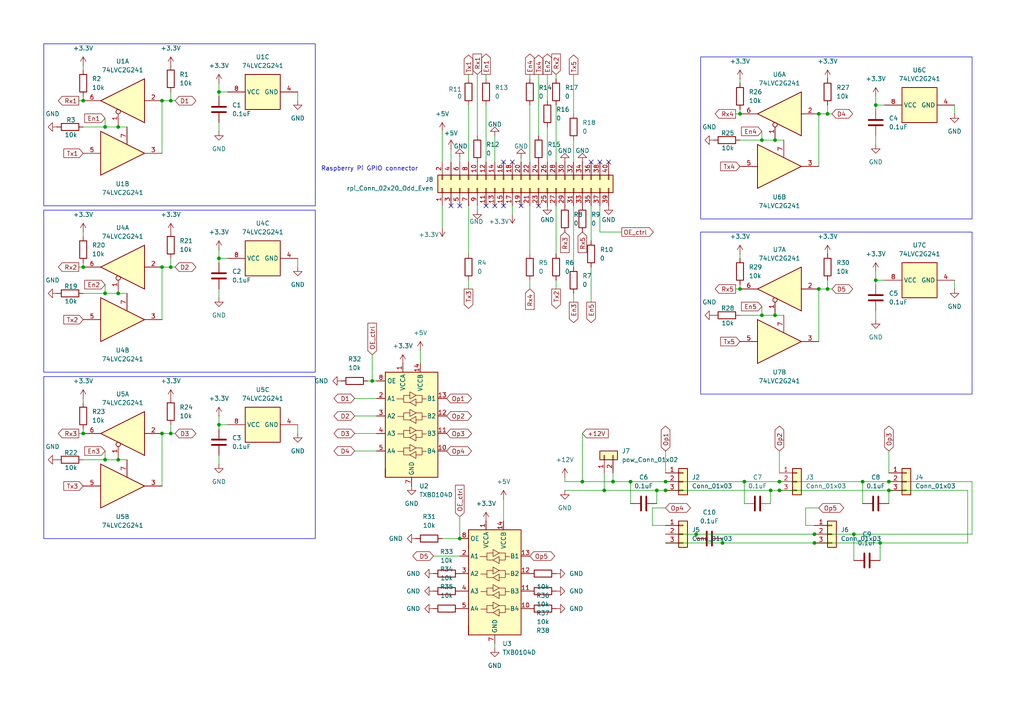
<source format=kicad_sch>
(kicad_sch (version 20231120) (generator "eeschema") (generator_version "8.0")
  (paper "A4")
  (junction (at 30.48 36.83))
  (junction (at 168.91 139.7))
  (junction (at 49.53 29.21))
  (junction (at 223.52 142.24))
  (junction (at 182.88 139.7))
  (junction (at 46.99 77.47))
  (junction (at 30.48 133.35))
  (junction (at 250.19 139.7))
  (junction (at 240.03 33.02))
  (junction (at 175.26 142.24))
  (junction (at 201.93 154.94))
  (junction (at 254 81.28))
  (junction (at 236.22 154.94))
  (junction (at 24.13 125.73))
  (junction (at 24.13 77.47))
  (junction (at 257.81 139.7))
  (junction (at 49.53 77.47))
  (junction (at 63.5 123.19))
  (junction (at 226.06 139.7))
  (junction (at 240.03 83.82))
  (junction (at 224.79 40.64))
  (junction (at 24.13 29.21))
  (junction (at 237.49 33.02))
  (junction (at 190.5 142.24))
  (junction (at 226.06 142.24))
  (junction (at 46.99 125.73))
  (junction (at 255.27 157.48))
  (junction (at 133.35 156.21))
  (junction (at 34.29 133.35))
  (junction (at 236.22 157.48))
  (junction (at 193.04 139.7))
  (junction (at 46.99 29.21))
  (junction (at 49.53 125.73))
  (junction (at 257.81 142.24))
  (junction (at 254 30.48))
  (junction (at 34.29 85.09))
  (junction (at 247.65 154.94))
  (junction (at 177.8 139.7))
  (junction (at 107.95 110.49))
  (junction (at 63.5 74.93))
  (junction (at 215.9 139.7))
  (junction (at 34.29 36.83))
  (junction (at 214.63 83.82))
  (junction (at 63.5 26.67))
  (junction (at 237.49 83.82))
  (junction (at 193.04 142.24))
  (junction (at 224.79 91.44))
  (junction (at 30.48 85.09))
  (junction (at 209.55 157.48))
  (junction (at 214.63 33.02))
  (junction (at 220.98 40.64))
  (junction (at 220.98 91.44))
  (no_connect (at 133.35 59.69))
  (no_connect (at 143.51 59.69))
  (no_connect (at 146.05 46.99))
  (no_connect (at 171.45 46.99))
  (no_connect (at 146.05 59.69))
  (no_connect (at 156.21 59.69))
  (no_connect (at 173.99 46.99))
  (no_connect (at 130.81 59.69))
  (no_connect (at 148.59 46.99))
  (no_connect (at 140.97 59.69))
  (no_connect (at 151.13 59.69))
  (no_connect (at 176.53 46.99))
  (wire (pts (xy 237.49 33.02) (xy 237.49 48.26)))
  (wire (pts (xy 213.36 33.02) (xy 214.63 33.02)))
  (wire (pts (xy 107.95 110.49) (xy 109.22 110.49)))
  (wire (pts (xy 240.03 83.82) (xy 241.3 83.82)))
  (wire (pts (xy 213.36 83.82) (xy 214.63 83.82)))
  (wire (pts (xy 30.48 34.29) (xy 30.48 36.83)))
  (wire (pts (xy 255.27 162.56) (xy 255.27 157.48)))
  (wire (pts (xy 254 78.74) (xy 254 81.28)))
  (wire (pts (xy 148.59 59.69) (xy 148.59 62.23)))
  (wire (pts (xy 247.65 154.94) (xy 247.65 162.56)))
  (wire (pts (xy 226.06 130.81) (xy 226.06 137.16)))
  (wire (pts (xy 34.29 133.35) (xy 30.48 133.35)))
  (wire (pts (xy 102.87 130.81) (xy 109.22 130.81)))
  (wire (pts (xy 240.03 33.02) (xy 241.3 33.02)))
  (wire (pts (xy 135.89 30.48) (xy 135.89 46.99)))
  (wire (pts (xy 233.68 147.32) (xy 233.68 152.4)))
  (wire (pts (xy 220.98 91.44) (xy 214.63 91.44)))
  (wire (pts (xy 227.33 40.64) (xy 224.79 40.64)))
  (wire (pts (xy 193.04 157.48) (xy 209.55 157.48)))
  (wire (pts (xy 46.99 125.73) (xy 49.53 125.73)))
  (wire (pts (xy 102.87 125.73) (xy 109.22 125.73)))
  (wire (pts (xy 24.13 27.94) (xy 24.13 29.21)))
  (wire (pts (xy 189.23 152.4) (xy 193.04 152.4)))
  (wire (pts (xy 226.06 139.7) (xy 250.19 139.7)))
  (wire (pts (xy 46.99 77.47) (xy 46.99 92.71)))
  (wire (pts (xy 189.23 147.32) (xy 189.23 152.4)))
  (wire (pts (xy 49.53 26.67) (xy 49.53 29.21)))
  (wire (pts (xy 63.5 74.93) (xy 63.5 76.2)))
  (wire (pts (xy 214.63 22.86) (xy 214.63 24.13)))
  (wire (pts (xy 46.99 29.21) (xy 46.99 44.45)))
  (wire (pts (xy 22.86 125.73) (xy 24.13 125.73)))
  (wire (pts (xy 220.98 88.9) (xy 220.98 91.44)))
  (wire (pts (xy 161.29 81.28) (xy 161.29 83.82)))
  (wire (pts (xy 236.22 154.94) (xy 247.65 154.94)))
  (wire (pts (xy 215.9 139.7) (xy 226.06 139.7)))
  (wire (pts (xy 63.5 24.13) (xy 63.5 26.67)))
  (wire (pts (xy 223.52 142.24) (xy 226.06 142.24)))
  (wire (pts (xy 161.29 30.48) (xy 161.29 46.99)))
  (wire (pts (xy 46.99 77.47) (xy 49.53 77.47)))
  (wire (pts (xy 163.83 139.7) (xy 168.91 139.7)))
  (wire (pts (xy 254 30.48) (xy 254 31.75)))
  (wire (pts (xy 30.48 130.81) (xy 30.48 133.35)))
  (wire (pts (xy 63.5 120.65) (xy 63.5 123.19)))
  (wire (pts (xy 224.79 91.44) (xy 220.98 91.44)))
  (wire (pts (xy 153.67 30.48) (xy 153.67 46.99)))
  (wire (pts (xy 255.27 157.48) (xy 236.22 157.48)))
  (wire (pts (xy 214.63 31.75) (xy 214.63 33.02)))
  (wire (pts (xy 240.03 30.48) (xy 240.03 33.02)))
  (wire (pts (xy 63.5 26.67) (xy 63.5 27.94)))
  (wire (pts (xy 49.53 125.73) (xy 50.8 125.73)))
  (wire (pts (xy 30.48 82.55) (xy 30.48 85.09)))
  (wire (pts (xy 193.04 154.94) (xy 201.93 154.94)))
  (wire (pts (xy 201.93 154.94) (xy 236.22 154.94)))
  (wire (pts (xy 226.06 142.24) (xy 257.81 142.24)))
  (wire (pts (xy 166.37 85.09) (xy 166.37 87.63)))
  (wire (pts (xy 193.04 130.81) (xy 193.04 137.16)))
  (wire (pts (xy 254 41.91) (xy 254 39.37)))
  (wire (pts (xy 34.29 36.83) (xy 30.48 36.83)))
  (wire (pts (xy 175.26 137.16) (xy 175.26 142.24)))
  (wire (pts (xy 30.48 133.35) (xy 24.13 133.35)))
  (wire (pts (xy 107.95 102.87) (xy 107.95 110.49)))
  (wire (pts (xy 34.29 85.09) (xy 30.48 85.09)))
  (wire (pts (xy 24.13 115.57) (xy 24.13 116.84)))
  (wire (pts (xy 133.35 149.86) (xy 133.35 156.21)))
  (wire (pts (xy 168.91 139.7) (xy 177.8 139.7)))
  (wire (pts (xy 86.36 125.73) (xy 86.36 123.19)))
  (wire (pts (xy 175.26 142.24) (xy 190.5 142.24)))
  (wire (pts (xy 30.48 36.83) (xy 24.13 36.83)))
  (wire (pts (xy 86.36 77.47) (xy 86.36 74.93)))
  (wire (pts (xy 193.04 142.24) (xy 223.52 142.24)))
  (wire (pts (xy 63.5 123.19) (xy 63.5 124.46)))
  (wire (pts (xy 63.5 26.67) (xy 66.04 26.67)))
  (wire (pts (xy 156.21 21.59) (xy 156.21 39.37)))
  (wire (pts (xy 168.91 125.73) (xy 168.91 139.7)))
  (wire (pts (xy 24.13 124.46) (xy 24.13 125.73)))
  (wire (pts (xy 46.99 125.73) (xy 46.99 140.97)))
  (wire (pts (xy 193.04 139.7) (xy 215.9 139.7)))
  (wire (pts (xy 254 30.48) (xy 256.54 30.48)))
  (wire (pts (xy 190.5 142.24) (xy 193.04 142.24)))
  (wire (pts (xy 153.67 81.28) (xy 153.67 83.82)))
  (wire (pts (xy 255.27 157.48) (xy 280.67 157.48)))
  (wire (pts (xy 49.53 74.93) (xy 49.53 77.47)))
  (wire (pts (xy 125.73 161.29) (xy 133.35 161.29)))
  (wire (pts (xy 102.87 115.57) (xy 109.22 115.57)))
  (wire (pts (xy 166.37 40.64) (xy 166.37 46.99)))
  (wire (pts (xy 257.81 139.7) (xy 281.94 139.7)))
  (wire (pts (xy 22.86 29.21) (xy 24.13 29.21)))
  (wire (pts (xy 138.43 60.96) (xy 138.43 59.69)))
  (wire (pts (xy 49.53 123.19) (xy 49.53 125.73)))
  (wire (pts (xy 224.79 40.64) (xy 220.98 40.64)))
  (wire (pts (xy 201.93 154.94) (xy 201.93 156.21)))
  (wire (pts (xy 193.04 147.32) (xy 189.23 147.32)))
  (wire (pts (xy 135.89 81.28) (xy 135.89 83.82)))
  (wire (pts (xy 63.5 86.36) (xy 63.5 83.82)))
  (wire (pts (xy 220.98 40.64) (xy 214.63 40.64)))
  (wire (pts (xy 135.89 21.59) (xy 135.89 22.86)))
  (wire (pts (xy 254 92.71) (xy 254 90.17)))
  (wire (pts (xy 133.35 45.72) (xy 133.35 46.99)))
  (wire (pts (xy 102.87 120.65) (xy 109.22 120.65)))
  (wire (pts (xy 193.04 139.7) (xy 182.88 139.7)))
  (wire (pts (xy 158.75 21.59) (xy 158.75 29.21)))
  (wire (pts (xy 151.13 45.72) (xy 151.13 46.99)))
  (wire (pts (xy 130.81 43.18) (xy 130.81 46.99)))
  (wire (pts (xy 220.98 38.1) (xy 220.98 40.64)))
  (wire (pts (xy 161.29 59.69) (xy 161.29 73.66)))
  (wire (pts (xy 247.65 154.94) (xy 281.94 154.94)))
  (wire (pts (xy 49.53 77.47) (xy 50.8 77.47)))
  (wire (pts (xy 254 81.28) (xy 254 82.55)))
  (wire (pts (xy 237.49 33.02) (xy 240.03 33.02)))
  (wire (pts (xy 190.5 146.05) (xy 190.5 142.24)))
  (wire (pts (xy 171.45 59.69) (xy 171.45 69.85)))
  (wire (pts (xy 161.29 22.86) (xy 161.29 21.59)))
  (wire (pts (xy 163.83 138.43) (xy 163.83 139.7)))
  (wire (pts (xy 223.52 146.05) (xy 223.52 142.24)))
  (wire (pts (xy 24.13 67.31) (xy 24.13 68.58)))
  (wire (pts (xy 276.86 33.02) (xy 276.86 30.48)))
  (wire (pts (xy 214.63 82.55) (xy 214.63 83.82)))
  (wire (pts (xy 254 81.28) (xy 256.54 81.28)))
  (wire (pts (xy 240.03 81.28) (xy 240.03 83.82)))
  (wire (pts (xy 209.55 156.21) (xy 209.55 157.48)))
  (wire (pts (xy 140.97 21.59) (xy 140.97 22.86)))
  (wire (pts (xy 143.51 187.96) (xy 143.51 186.69)))
  (wire (pts (xy 173.99 67.31) (xy 173.99 59.69)))
  (wire (pts (xy 209.55 157.48) (xy 236.22 157.48)))
  (wire (pts (xy 135.89 59.69) (xy 135.89 73.66)))
  (wire (pts (xy 106.68 110.49) (xy 107.95 110.49)))
  (wire (pts (xy 254 27.94) (xy 254 30.48)))
  (wire (pts (xy 63.5 38.1) (xy 63.5 35.56)))
  (wire (pts (xy 171.45 77.47) (xy 171.45 87.63)))
  (wire (pts (xy 138.43 21.59) (xy 138.43 39.37)))
  (wire (pts (xy 250.19 139.7) (xy 257.81 139.7)))
  (wire (pts (xy 153.67 21.59) (xy 153.67 22.86)))
  (wire (pts (xy 166.37 59.69) (xy 166.37 77.47)))
  (wire (pts (xy 128.27 66.04) (xy 128.27 59.69)))
  (wire (pts (xy 227.33 91.44) (xy 224.79 91.44)))
  (wire (pts (xy 257.81 142.24) (xy 280.67 142.24)))
  (wire (pts (xy 214.63 73.66) (xy 214.63 74.93)))
  (wire (pts (xy 63.5 134.62) (xy 63.5 132.08)))
  (wire (pts (xy 177.8 139.7) (xy 182.88 139.7)))
  (wire (pts (xy 153.67 59.69) (xy 153.67 73.66)))
  (wire (pts (xy 281.94 154.94) (xy 281.94 139.7)))
  (wire (pts (xy 158.75 36.83) (xy 158.75 46.99)))
  (wire (pts (xy 237.49 83.82) (xy 240.03 83.82)))
  (wire (pts (xy 128.27 38.1) (xy 128.27 46.99)))
  (wire (pts (xy 177.8 137.16) (xy 177.8 139.7)))
  (wire (pts (xy 121.92 101.6) (xy 121.92 105.41)))
  (wire (pts (xy 143.51 39.37) (xy 143.51 46.99)))
  (wire (pts (xy 36.83 36.83) (xy 34.29 36.83)))
  (wire (pts (xy 237.49 147.32) (xy 233.68 147.32)))
  (wire (pts (xy 215.9 139.7) (xy 215.9 146.05)))
  (wire (pts (xy 128.27 156.21) (xy 133.35 156.21)))
  (wire (pts (xy 24.13 19.05) (xy 24.13 20.32)))
  (wire (pts (xy 233.68 152.4) (xy 236.22 152.4)))
  (wire (pts (xy 63.5 74.93) (xy 66.04 74.93)))
  (wire (pts (xy 36.83 133.35) (xy 34.29 133.35)))
  (wire (pts (xy 257.81 130.81) (xy 257.81 137.16)))
  (wire (pts (xy 24.13 76.2) (xy 24.13 77.47)))
  (wire (pts (xy 86.36 29.21) (xy 86.36 26.67)))
  (wire (pts (xy 140.97 30.48) (xy 140.97 46.99)))
  (wire (pts (xy 49.53 29.21) (xy 50.8 29.21)))
  (wire (pts (xy 46.99 29.21) (xy 49.53 29.21)))
  (wire (pts (xy 163.83 142.24) (xy 175.26 142.24)))
  (wire (pts (xy 36.83 85.09) (xy 34.29 85.09)))
  (wire (pts (xy 63.5 72.39) (xy 63.5 74.93)))
  (wire (pts (xy 166.37 21.59) (xy 166.37 33.02)))
  (wire (pts (xy 280.67 157.48) (xy 280.67 142.24)))
  (wire (pts (xy 276.86 83.82) (xy 276.86 81.28)))
  (wire (pts (xy 257.81 146.05) (xy 257.81 142.24)))
  (wire (pts (xy 63.5 123.19) (xy 66.04 123.19)))
  (wire (pts (xy 250.19 139.7) (xy 250.19 146.05)))
  (wire (pts (xy 146.05 144.78) (xy 146.05 151.13)))
  (wire (pts (xy 30.48 85.09) (xy 24.13 85.09)))
  (wire (pts (xy 22.86 77.47) (xy 24.13 77.47)))
  (wire (pts (xy 237.49 83.82) (xy 237.49 99.06)))
  (wire (pts (xy 180.34 67.31) (xy 173.99 67.31)))
  (wire (pts (xy 182.88 139.7) (xy 182.88 146.05)))
  (rectangle (start 203.2 16.51) (end 281.94 63.5))
  (rectangle (start 12.7 109.22) (end 91.44 156.21))
  (rectangle (start 12.7 60.96) (end 91.44 107.95))
  (rectangle (start 203.2 67.31) (end 281.94 114.3))
  (rectangle (start 12.7 12.7) (end 91.44 59.69))
  (text "Raspberry Pi GPIO connector" (at 107.188 49.022 0) (effects (font (size 1.27 1.27))))
  (global_label "D3" (shape bidirectional) (at 102.87 125.73 180) (property "Intersheetrefs" "${INTERSHEET_REFS}" (effects (hide yes))))
  (global_label "D1" (shape bidirectional) (at 50.8 29.21 0) (property "Intersheetrefs" "${INTERSHEET_REFS}" (effects (hide yes))))
  (global_label "Rx1" (shape input) (at 138.43 21.59 90) (property "Intersheetrefs" "${INTERSHEET_REFS}" (effects (hide yes))))
  (global_label "Tx5" (shape input) (at 214.63 99.06 180) (property "Intersheetrefs" "${INTERSHEET_REFS}" (effects (hide yes))))
  (global_label "Rx4" (shape input) (at 153.67 83.82 270) (property "Intersheetrefs" "${INTERSHEET_REFS}" (effects (hide yes))))
  (global_label "Rx5" (shape input) (at 168.91 67.31 270) (property "Intersheetrefs" "${INTERSHEET_REFS}" (effects (hide yes))))
  (global_label "Op1" (shape bidirectional) (at 129.54 115.57 0) (property "Intersheetrefs" "${INTERSHEET_REFS}" (effects (hide yes))))
  (global_label "D3" (shape bidirectional) (at 50.8 125.73 0) (property "Intersheetrefs" "${INTERSHEET_REFS}" (effects (hide yes))))
  (global_label "Op2" (shape bidirectional) (at 129.54 120.65 0) (property "Intersheetrefs" "${INTERSHEET_REFS}" (effects (hide yes))))
  (global_label "+12V" (shape input) (at 168.91 125.73 0) (property "Intersheetrefs" "${INTERSHEET_REFS}" (effects (hide yes))))
  (global_label "Op5" (shape bidirectional) (at 237.49 147.32 0) (property "Intersheetrefs" "${INTERSHEET_REFS}" (effects (hide yes))))
  (global_label "Tx5" (shape output) (at 166.37 21.59 90) (property "Intersheetrefs" "${INTERSHEET_REFS}" (effects (hide yes))))
  (global_label "Tx3" (shape input) (at 24.13 140.97 180) (property "Intersheetrefs" "${INTERSHEET_REFS}" (effects (hide yes))))
  (global_label "En3" (shape output) (at 166.37 87.63 270) (property "Intersheetrefs" "${INTERSHEET_REFS}" (effects (hide yes))))
  (global_label "OE_ctrl" (shape input) (at 133.35 149.86 90) (property "Intersheetrefs" "${INTERSHEET_REFS}" (effects (hide yes))))
  (global_label "Tx2" (shape input) (at 24.13 92.71 180) (property "Intersheetrefs" "${INTERSHEET_REFS}" (effects (hide yes))))
  (global_label "Op2" (shape bidirectional) (at 226.06 130.81 90) (property "Intersheetrefs" "${INTERSHEET_REFS}" (effects (hide yes))))
  (global_label "En1" (shape input) (at 30.48 34.29 180) (property "Intersheetrefs" "${INTERSHEET_REFS}" (effects (hide yes))))
  (global_label "Rx3" (shape output) (at 22.86 125.73 180) (property "Intersheetrefs" "${INTERSHEET_REFS}" (effects (hide yes))))
  (global_label "Rx2" (shape output) (at 22.86 77.47 180) (property "Intersheetrefs" "${INTERSHEET_REFS}" (effects (hide yes))))
  (global_label "Rx2" (shape input) (at 161.29 21.59 90) (property "Intersheetrefs" "${INTERSHEET_REFS}" (effects (hide yes))))
  (global_label "OE_ctrl" (shape input) (at 107.95 102.87 90) (property "Intersheetrefs" "${INTERSHEET_REFS}" (effects (hide yes))))
  (global_label "Tx1" (shape output) (at 135.89 21.59 90) (property "Intersheetrefs" "${INTERSHEET_REFS}" (effects (hide yes))))
  (global_label "Tx2" (shape output) (at 161.29 83.82 270) (property "Intersheetrefs" "${INTERSHEET_REFS}" (effects (hide yes))))
  (global_label "En1" (shape output) (at 140.97 21.59 90) (property "Intersheetrefs" "${INTERSHEET_REFS}" (effects (hide yes))))
  (global_label "Op1" (shape bidirectional) (at 193.04 130.81 90) (property "Intersheetrefs" "${INTERSHEET_REFS}" (effects (hide yes))))
  (global_label "En5" (shape input) (at 220.98 88.9 180) (property "Intersheetrefs" "${INTERSHEET_REFS}" (effects (hide yes))))
  (global_label "En5" (shape output) (at 171.45 87.63 270) (property "Intersheetrefs" "${INTERSHEET_REFS}" (effects (hide yes))))
  (global_label "OE_ctrl" (shape output) (at 180.34 67.31 0) (property "Intersheetrefs" "${INTERSHEET_REFS}" (effects (hide yes))))
  (global_label "Tx1" (shape input) (at 24.13 44.45 180) (property "Intersheetrefs" "${INTERSHEET_REFS}" (effects (hide yes))))
  (global_label "En4" (shape output) (at 153.67 21.59 90) (property "Intersheetrefs" "${INTERSHEET_REFS}" (effects (hide yes))))
  (global_label "Op3" (shape bidirectional) (at 257.81 130.81 90) (property "Intersheetrefs" "${INTERSHEET_REFS}" (effects (hide yes))))
  (global_label "D4" (shape bidirectional) (at 102.87 130.81 180) (property "Intersheetrefs" "${INTERSHEET_REFS}" (effects (hide yes))))
  (global_label "Op3" (shape bidirectional) (at 129.54 125.73 0) (property "Intersheetrefs" "${INTERSHEET_REFS}" (effects (hide yes))))
  (global_label "Op5" (shape bidirectional) (at 153.67 161.29 0) (property "Intersheetrefs" "${INTERSHEET_REFS}" (effects (hide yes))))
  (global_label "En4" (shape input) (at 220.98 38.1 180) (property "Intersheetrefs" "${INTERSHEET_REFS}" (effects (hide yes))))
  (global_label "En3" (shape input) (at 30.48 130.81 180) (property "Intersheetrefs" "${INTERSHEET_REFS}" (effects (hide yes))))
  (global_label "D2" (shape bidirectional) (at 50.8 77.47 0) (property "Intersheetrefs" "${INTERSHEET_REFS}" (effects (hide yes))))
  (global_label "En2" (shape input) (at 30.48 82.55 180) (property "Intersheetrefs" "${INTERSHEET_REFS}" (effects (hide yes))))
  (global_label "En2" (shape output) (at 158.75 21.59 90) (property "Intersheetrefs" "${INTERSHEET_REFS}" (effects (hide yes))))
  (global_label "Tx4" (shape output) (at 156.21 21.59 90) (property "Intersheetrefs" "${INTERSHEET_REFS}" (effects (hide yes))))
  (global_label "Tx4" (shape input) (at 214.63 48.26 180) (property "Intersheetrefs" "${INTERSHEET_REFS}" (effects (hide yes))))
  (global_label "Op4" (shape bidirectional) (at 129.54 130.81 0) (property "Intersheetrefs" "${INTERSHEET_REFS}" (effects (hide yes))))
  (global_label "Rx3" (shape input) (at 163.83 67.31 270) (property "Intersheetrefs" "${INTERSHEET_REFS}" (effects (hide yes))))
  (global_label "D4" (shape bidirectional) (at 241.3 33.02 0) (property "Intersheetrefs" "${INTERSHEET_REFS}" (effects (hide yes))))
  (global_label "D5" (shape bidirectional) (at 125.73 161.29 180) (property "Intersheetrefs" "${INTERSHEET_REFS}" (effects (hide yes))))
  (global_label "Tx3" (shape output) (at 135.89 83.82 270) (property "Intersheetrefs" "${INTERSHEET_REFS}" (effects (hide yes))))
  (global_label "D1" (shape bidirectional) (at 102.87 115.57 180) (property "Intersheetrefs" "${INTERSHEET_REFS}" (effects (hide yes))))
  (global_label "Rx4" (shape output) (at 213.36 33.02 180) (property "Intersheetrefs" "${INTERSHEET_REFS}" (effects (hide yes))))
  (global_label "D2" (shape bidirectional) (at 102.87 120.65 180) (property "Intersheetrefs" "${INTERSHEET_REFS}" (effects (hide yes))))
  (global_label "Rx1" (shape output) (at 22.86 29.21 180) (property "Intersheetrefs" "${INTERSHEET_REFS}" (effects (hide yes))))
  (global_label "D5" (shape bidirectional) (at 241.3 83.82 0) (property "Intersheetrefs" "${INTERSHEET_REFS}" (effects (hide yes))))
  (global_label "Op4" (shape bidirectional) (at 193.04 147.32 0) (property "Intersheetrefs" "${INTERSHEET_REFS}" (effects (hide yes))))
  (global_label "Rx5" (shape output) (at 213.36 83.82 180) (property "Intersheetrefs" "${INTERSHEET_REFS}" (effects (hide yes))))
  (symbol (lib_id "power:+3.3V") (at 63.5 72.39 0) (unit 1)
    (property "Reference" "#PWR023" (effects (hide yes)))
    (property "Value" "+3.3V" (at 63.5 67.31 0))
    (property "Description" "Power symbol creates a global label with name \"+3.3V\"" (effects (hide yes)))
  )
  (symbol (lib_id "Device:R") (at 161.29 26.67 0) (unit 1)
    (property "Reference" "R17" (at 163.83 25.3999 0) (effects (justify left)))
    (property "Value" "0" (at 163.83 27.9399 0) (effects (justify left)))
    (property "Footprint" "Resistor_SMD:R_1206_3216Metric_Pad1.30x1.75mm_HandSolder" (effects (hide yes)))
    (property "Description" "Resistor" (effects (hide yes)))
  )
  (symbol (lib_id "Device:R") (at 157.48 166.37 270) (unit 1)
    (property "Reference" "R36" (at 157.48 172.72 90))
    (property "Value" "10k" (at 157.48 170.18 90))
    (property "Footprint" "Resistor_SMD:R_1206_3216Metric_Pad1.30x1.75mm_HandSolder" (effects (hide yes)))
    (property "Description" "Resistor" (effects (hide yes)))
  )
  (symbol (lib_id "74xGxx:74LVC2G241") (at 266.7 81.28 90) (unit 3)
    (property "Reference" "U7" (at 266.7 71.12 90))
    (property "Value" "74LVC2G241" (at 266.7 73.66 90))
    (property "Footprint" "Package_SO:SSOP-8_2.95x2.8mm_P0.65mm" (effects (hide yes)))
    (property "Datasheet" "http://www.ti.com/lit/sg/scyt129e/scyt129e.pdf" (effects (hide yes)))
    (property "Description" "Dual Buffer Tri-State, Low-Voltage CMOS" (effects (hide yes)))
  )
  (symbol (lib_id "power:+3.3V") (at 63.5 24.13 0) (unit 1)
    (property "Reference" "#PWR05" (effects (hide yes)))
    (property "Value" "+3.3V" (at 63.5 19.05 0))
    (property "Description" "Power symbol creates a global label with name \"+3.3V\"" (effects (hide yes)))
  )
  (symbol (lib_id "Connector_Generic:Conn_01x03") (at 198.12 139.7 0) (unit 1)
    (property "Reference" "J2" (at 200.66 138.4299 0) (effects (justify left)))
    (property "Value" "Conn_01x03" (at 200.66 140.9699 0) (effects (justify left)))
    (property "Footprint" "Connector_PinHeader_2.54mm:PinHeader_1x03_P2.54mm_Vertical" (effects (hide yes)))
    (property "Description" "Generic connector, single row, 01x03, script generated (kicad-library-utils/schlib/autogen/connector/)" (effects (hide yes)))
  )
  (symbol (lib_id "Device:R") (at 168.91 63.5 0) (unit 1)
    (property "Reference" "R9" (at 171.45 62.2299 0) (effects (justify left)))
    (property "Value" "0" (at 171.45 64.7699 0) (effects (justify left)))
    (property "Footprint" "Resistor_SMD:R_1206_3216Metric_Pad1.30x1.75mm_HandSolder" (effects (hide yes)))
    (property "Description" "Resistor" (effects (hide yes)))
  )
  (symbol (lib_id "Device:R") (at 214.63 27.94 0) (unit 1)
    (property "Reference" "R26" (at 217.17 26.6699 0) (effects (justify left)))
    (property "Value" "10k" (at 217.17 29.2099 0) (effects (justify left)))
    (property "Footprint" "Resistor_SMD:R_1206_3216Metric_Pad1.30x1.75mm_HandSolder" (effects (hide yes)))
    (property "Description" "Resistor" (effects (hide yes)))
  )
  (symbol (lib_id "power:GND") (at 161.29 166.37 90) (unit 1)
    (property "Reference" "#PWR056" (effects (hide yes)))
    (property "Value" "GND" (at 165.1 166.3701 90) (effects (justify right)))
    (property "Description" "Power symbol creates a global label with name \"GND\" , ground" (effects (hide yes)))
  )
  (symbol (lib_id "74xGxx:74LVC2G241") (at 76.2 74.93 90) (unit 3)
    (property "Reference" "U4" (at 76.2 64.77 90))
    (property "Value" "74LVC2G241" (at 76.2 67.31 90))
    (property "Footprint" "Package_SO:SSOP-8_2.95x2.8mm_P0.65mm" (effects (hide yes)))
    (property "Datasheet" "http://www.ti.com/lit/sg/scyt129e/scyt129e.pdf" (effects (hide yes)))
    (property "Description" "Dual Buffer Tri-State, Low-Voltage CMOS" (effects (hide yes)))
  )
  (symbol (lib_id "Device:R") (at 138.43 43.18 0) (unit 1)
    (property "Reference" "R12" (at 140.97 41.9099 0) (effects (justify left)))
    (property "Value" "0" (at 140.97 44.4499 0) (effects (justify left)))
    (property "Footprint" "Resistor_SMD:R_1206_3216Metric_Pad1.30x1.75mm_HandSolder" (effects (hide yes)))
    (property "Description" "Resistor" (effects (hide yes)))
  )
  (symbol (lib_id "power:GND") (at 86.36 125.73 0) (unit 1)
    (property "Reference" "#PWR031" (effects (hide yes)))
    (property "Value" "GND" (at 86.36 130.81 0))
    (property "Description" "Power symbol creates a global label with name \"GND\" , ground" (effects (hide yes)))
  )
  (symbol (lib_id "Device:C") (at 186.69 146.05 90) (unit 1)
    (property "Reference" "C6" (at 186.69 138.43 90))
    (property "Value" "0.1uF" (at 186.69 140.97 90))
    (property "Footprint" "Inductor_SMD:L_1206_3216Metric_Pad1.22x1.90mm_HandSolder" (effects (hide yes)))
    (property "Description" "Unpolarized capacitor" (effects (hide yes)))
  )
  (symbol (lib_id "power:GND") (at 276.86 83.82 0) (unit 1)
    (property "Reference" "#PWR043" (effects (hide yes)))
    (property "Value" "GND" (at 276.86 88.9 0))
    (property "Description" "Power symbol creates a global label with name \"GND\" , ground" (effects (hide yes)))
  )
  (symbol (lib_id "74xGxx:74LVC2G241") (at 36.83 140.97 0) (unit 2)
    (property "Reference" "U5" (at 35.56 149.86 0))
    (property "Value" "74LVC2G241" (at 35.56 152.4 0))
    (property "Footprint" "Package_SO:SSOP-8_2.95x2.8mm_P0.65mm" (effects (hide yes)))
    (property "Datasheet" "http://www.ti.com/lit/sg/scyt129e/scyt129e.pdf" (effects (hide yes)))
    (property "Description" "Dual Buffer Tri-State, Low-Voltage CMOS" (effects (hide yes)))
  )
  (symbol (lib_id "power:GND") (at 254 92.71 0) (unit 1)
    (property "Reference" "#PWR042" (effects (hide yes)))
    (property "Value" "GND" (at 254 97.79 0))
    (property "Description" "Power symbol creates a global label with name \"GND\" , ground" (effects (hide yes)))
  )
  (symbol (lib_id "Device:R") (at 163.83 63.5 0) (unit 1)
    (property "Reference" "R8" (at 166.37 62.2299 0) (effects (justify left)))
    (property "Value" "0" (at 166.37 64.7699 0) (effects (justify left)))
    (property "Footprint" "Resistor_SMD:R_1206_3216Metric_Pad1.30x1.75mm_HandSolder" (effects (hide yes)))
    (property "Description" "Resistor" (effects (hide yes)))
  )
  (symbol (lib_id "Device:C") (at 219.71 146.05 90) (unit 1)
    (property "Reference" "C7" (at 219.71 138.43 90))
    (property "Value" "0.1uF" (at 219.71 140.97 90))
    (property "Footprint" "Inductor_SMD:L_1206_3216Metric_Pad1.22x1.90mm_HandSolder" (effects (hide yes)))
    (property "Description" "Unpolarized capacitor" (effects (hide yes)))
  )
  (symbol (lib_id "power:GND") (at 120.65 156.21 270) (unit 1)
    (property "Reference" "#PWR051" (effects (hide yes)))
    (property "Value" "GND" (at 116.84 156.2099 90) (effects (justify right)))
    (property "Description" "Power symbol creates a global label with name \"GND\" , ground" (effects (hide yes)))
  )
  (symbol (lib_id "power:+3.3V") (at 128.27 66.04 180) (unit 1)
    (property "Reference" "#PWR02" (effects (hide yes)))
    (property "Value" "+3.3V" (at 121.412 68.072 0) (effects (justify right)))
    (property "Description" "Power symbol creates a global label with name \"+3.3V\"" (effects (hide yes)))
  )
  (symbol (lib_id "74xGxx:74LVC2G241") (at 227.33 48.26 0) (unit 2)
    (property "Reference" "U6" (at 226.06 57.15 0))
    (property "Value" "74LVC2G241" (at 226.06 59.69 0))
    (property "Footprint" "Package_SO:SSOP-8_2.95x2.8mm_P0.65mm" (effects (hide yes)))
    (property "Datasheet" "http://www.ti.com/lit/sg/scyt129e/scyt129e.pdf" (effects (hide yes)))
    (property "Description" "Dual Buffer Tri-State, Low-Voltage CMOS" (effects (hide yes)))
  )
  (symbol (lib_id "power:GND") (at 276.86 33.02 0) (unit 1)
    (property "Reference" "#PWR037" (effects (hide yes)))
    (property "Value" "GND" (at 276.86 38.1 0))
    (property "Description" "Power symbol creates a global label with name \"GND\" , ground" (effects (hide yes)))
  )
  (symbol (lib_id "Device:R") (at 20.32 133.35 90) (unit 1)
    (property "Reference" "R22" (at 20.574 131.318 90))
    (property "Value" "10k" (at 20.574 135.636 90))
    (property "Footprint" "Resistor_SMD:R_1206_3216Metric_Pad1.30x1.75mm_HandSolder" (effects (hide yes)))
    (property "Description" "Resistor" (effects (hide yes)))
  )
  (symbol (lib_id "Device:R") (at 102.87 110.49 90) (unit 1)
    (property "Reference" "R32" (at 102.87 104.14 90))
    (property "Value" "10k" (at 102.87 106.68 90))
    (property "Footprint" "Resistor_SMD:R_1206_3216Metric_Pad1.30x1.75mm_HandSolder" (effects (hide yes)))
    (property "Description" "Resistor" (effects (hide yes)))
  )
  (symbol (lib_id "power:GND") (at 207.01 91.44 270) (unit 1)
    (property "Reference" "#PWR038" (effects (hide yes)))
    (property "Value" "GND" (at 205.74 87.63 90))
    (property "Description" "Power symbol creates a global label with name \"GND\" , ground" (effects (hide yes)))
  )
  (symbol (lib_id "74xGxx:74LVC2G241") (at 34.29 125.73 180) (unit 1)
    (property "Reference" "U5" (at 35.56 114.3 0))
    (property "Value" "74LVC2G241" (at 35.56 116.84 0))
    (property "Footprint" "Package_SO:SSOP-8_2.95x2.8mm_P0.65mm" (effects (hide yes)))
    (property "Datasheet" "http://www.ti.com/lit/sg/scyt129e/scyt129e.pdf" (effects (hide yes)))
    (property "Description" "Dual Buffer Tri-State, Low-Voltage CMOS" (effects (hide yes)))
  )
  (symbol (lib_id "power:GND") (at 86.36 29.21 0) (unit 1)
    (property "Reference" "#PWR06" (effects (hide yes)))
    (property "Value" "GND" (at 86.36 34.29 0))
    (property "Description" "Power symbol creates a global label with name \"GND\" , ground" (effects (hide yes)))
  )
  (symbol (lib_id "Device:C") (at 251.46 162.56 90) (unit 1)
    (property "Reference" "C9" (at 251.46 154.94 90))
    (property "Value" "0.1uF" (at 251.46 157.48 90))
    (property "Footprint" "Inductor_SMD:L_1206_3216Metric_Pad1.22x1.90mm_HandSolder" (effects (hide yes)))
    (property "Description" "Unpolarized capacitor" (effects (hide yes)))
  )
  (symbol (lib_id "Logic_LevelTranslator:TXB0104D") (at 119.38 123.19 0) (unit 1)
    (property "Reference" "U2" (at 121.5741 140.97 0) (effects (justify left)))
    (property "Value" "TXB0104D" (at 121.5741 143.51 0) (effects (justify left)))
    (property "Footprint" "Package_SO:SOIC-14_3.9x8.7mm_P1.27mm" (effects (hide yes)))
    (property "Datasheet" "http://www.ti.com/lit/ds/symlink/txb0104.pdf" (effects (hide yes)))
    (property "Description" "4-Bit Bidirectional Voltage-Level Translator, Auto Direction Sensing and ±15-kV ESD Protection, 1.2 - 3.6V APort, 1.65 - 5.5V BPort, SOIC-14" (effects (hide yes)))
  )
  (symbol (lib_id "Device:R") (at 166.37 36.83 0) (unit 1)
    (property "Reference" "R18" (at 168.91 35.5599 0) (effects (justify left)))
    (property "Value" "0" (at 168.91 38.0999 0) (effects (justify left)))
    (property "Footprint" "Resistor_SMD:R_1206_3216Metric_Pad1.30x1.75mm_HandSolder" (effects (hide yes)))
    (property "Description" "Resistor" (effects (hide yes)))
  )
  (symbol (lib_id "power:+3.3V") (at 214.63 22.86 0) (unit 1)
    (property "Reference" "#PWR033" (effects (hide yes)))
    (property "Value" "+3.3V" (at 214.63 17.78 0))
    (property "Description" "Power symbol creates a global label with name \"+3.3V\"" (effects (hide yes)))
  )
  (symbol (lib_id "mylib:rpi_Conn_02x20_Odd_Even") (at 151.13 54.61 90) (unit 1)
    (property "Reference" "J8" (at 125.73 52.0699 90) (effects (justify left)))
    (property "Value" "rpi_Conn_02x20_Odd_Even" (at 125.73 54.6099 90) (effects (justify left)))
    (property "Footprint" "mylib:Mirrored_PinHeader_2x20_P2.54mm_Vertical" (effects (hide yes)))
    (property "Description" "Generic connector, double row, 02x20, odd/even pin numbering scheme (row 1 odd numbers, row 2 even numbers), script generated (kicad-library-utils/schlib/autogen/connector/)" (effects (hide yes)))
  )
  (symbol (lib_id "power:+3.3V") (at 214.63 73.66 0) (unit 1)
    (property "Reference" "#PWR039" (effects (hide yes)))
    (property "Value" "+3.3V" (at 214.63 68.58 0))
    (property "Description" "Power symbol creates a global label with name \"+3.3V\"" (effects (hide yes)))
  )
  (symbol (lib_id "power:GND") (at 16.51 133.35 270) (unit 1)
    (property "Reference" "#PWR026" (effects (hide yes)))
    (property "Value" "GND" (at 15.24 129.54 90))
    (property "Description" "Power symbol creates a global label with name \"GND\" , ground" (effects (hide yes)))
  )
  (symbol (lib_id "power:GND") (at 16.51 85.09 270) (unit 1)
    (property "Reference" "#PWR020" (effects (hide yes)))
    (property "Value" "GND" (at 15.24 81.28 90))
    (property "Description" "Power symbol creates a global label with name \"GND\" , ground" (effects (hide yes)))
  )
  (symbol (lib_id "Device:R") (at 214.63 78.74 0) (unit 1)
    (property "Reference" "R29" (at 217.17 77.4699 0) (effects (justify left)))
    (property "Value" "10k" (at 217.17 80.0099 0) (effects (justify left)))
    (property "Footprint" "Resistor_SMD:R_1206_3216Metric_Pad1.30x1.75mm_HandSolder" (effects (hide yes)))
    (property "Description" "Resistor" (effects (hide yes)))
  )
  (symbol (lib_id "Device:R") (at 157.48 171.45 270) (unit 1)
    (property "Reference" "R37" (at 157.48 177.8 90))
    (property "Value" "10k" (at 157.48 175.26 90))
    (property "Footprint" "Resistor_SMD:R_1206_3216Metric_Pad1.30x1.75mm_HandSolder" (effects (hide yes)))
    (property "Description" "Resistor" (effects (hide yes)))
  )
  (symbol (lib_id "Device:R") (at 157.48 176.53 270) (unit 1)
    (property "Reference" "R38" (at 157.48 182.88 90))
    (property "Value" "10k" (at 157.48 180.34 90))
    (property "Footprint" "Resistor_SMD:R_1206_3216Metric_Pad1.30x1.75mm_HandSolder" (effects (hide yes)))
    (property "Description" "Resistor" (effects (hide yes)))
  )
  (symbol (lib_id "power:GND") (at 207.01 40.64 270) (unit 1)
    (property "Reference" "#PWR032" (effects (hide yes)))
    (property "Value" "GND" (at 205.74 36.83 90))
    (property "Description" "Power symbol creates a global label with name \"GND\" , ground" (effects (hide yes)))
  )
  (symbol (lib_id "power:GND") (at 125.73 176.53 270) (unit 1)
    (property "Reference" "#PWR055" (effects (hide yes)))
    (property "Value" "GND" (at 121.92 176.5299 90) (effects (justify right)))
    (property "Description" "Power symbol creates a global label with name \"GND\" , ground" (effects (hide yes)))
  )
  (symbol (lib_id "Device:C") (at 63.5 128.27 0) (unit 1)
    (property "Reference" "C3" (at 67.31 126.9999 0) (effects (justify left)))
    (property "Value" "0.1uF" (at 67.31 129.5399 0) (effects (justify left)))
    (property "Footprint" "Inductor_SMD:L_1206_3216Metric_Pad1.22x1.90mm_HandSolder" (effects (hide yes)))
    (property "Description" "Unpolarized capacitor" (effects (hide yes)))
  )
  (symbol (lib_id "Device:R") (at 49.53 71.12 0) (unit 1)
    (property "Reference" "R21" (at 52.07 69.8499 0) (effects (justify left)))
    (property "Value" "10k" (at 52.07 72.3899 0) (effects (justify left)))
    (property "Footprint" "Resistor_SMD:R_1206_3216Metric_Pad1.30x1.75mm_HandSolder" (effects (hide yes)))
    (property "Description" "Resistor" (effects (hide yes)))
  )
  (symbol (lib_id "power:GND") (at 143.51 187.96 0) (unit 1)
    (property "Reference" "#PWR045" (effects (hide yes)))
    (property "Value" "GND" (at 143.51 193.04 0))
    (property "Description" "Power symbol creates a global label with name \"GND\" , ground" (effects (hide yes)))
  )
  (symbol (lib_id "power:GND") (at 133.35 45.72 180) (unit 1)
    (property "Reference" "#PWR03" (effects (hide yes)))
    (property "Value" "GND" (at 131.572 42.418 0) (effects (justify right)))
    (property "Description" "Power symbol creates a global label with name \"GND\" , ground" (effects (hide yes)))
  )
  (symbol (lib_id "power:GND") (at 63.5 38.1 0) (unit 1)
    (property "Reference" "#PWR010" (effects (hide yes)))
    (property "Value" "GND" (at 63.5 43.18 0))
    (property "Description" "Power symbol creates a global label with name \"GND\" , ground" (effects (hide yes)))
  )
  (symbol (lib_id "Device:R") (at 135.89 77.47 0) (unit 1)
    (property "Reference" "R4" (at 138.43 76.1999 0) (effects (justify left)))
    (property "Value" "0" (at 138.43 78.7399 0) (effects (justify left)))
    (property "Footprint" "Resistor_SMD:R_1206_3216Metric_Pad1.30x1.75mm_HandSolder" (effects (hide yes)))
    (property "Description" "Resistor" (effects (hide yes)))
  )
  (symbol (lib_id "Device:R") (at 166.37 81.28 0) (unit 1)
    (property "Reference" "R7" (at 168.91 80.0099 0) (effects (justify left)))
    (property "Value" "0" (at 168.91 82.5499 0) (effects (justify left)))
    (property "Footprint" "Resistor_SMD:R_1206_3216Metric_Pad1.30x1.75mm_HandSolder" (effects (hide yes)))
    (property "Description" "Resistor" (effects (hide yes)))
  )
  (symbol (lib_id "power:GND") (at 99.06 110.49 270) (unit 1)
    (property "Reference" "#PWR052" (effects (hide yes)))
    (property "Value" "GND" (at 95.25 110.4899 90) (effects (justify right)))
    (property "Description" "Power symbol creates a global label with name \"GND\" , ground" (effects (hide yes)))
  )
  (symbol (lib_id "Device:R") (at 240.03 77.47 0) (unit 1)
    (property "Reference" "R30" (at 242.57 76.1999 0) (effects (justify left)))
    (property "Value" "10k" (at 242.57 78.7399 0) (effects (justify left)))
    (property "Footprint" "Resistor_SMD:R_1206_3216Metric_Pad1.30x1.75mm_HandSolder" (effects (hide yes)))
    (property "Description" "Resistor" (effects (hide yes)))
  )
  (symbol (lib_id "74xGxx:74LVC2G241") (at 34.29 29.21 180) (unit 1)
    (property "Reference" "U1" (at 35.56 17.78 0))
    (property "Value" "74LVC2G241" (at 35.56 20.32 0))
    (property "Footprint" "Package_SO:SSOP-8_2.95x2.8mm_P0.65mm" (effects (hide yes)))
    (property "Datasheet" "http://www.ti.com/lit/sg/scyt129e/scyt129e.pdf" (effects (hide yes)))
    (property "Description" "Dual Buffer Tri-State, Low-Voltage CMOS" (effects (hide yes)))
  )
  (symbol (lib_id "power:GND") (at 16.51 36.83 270) (unit 1)
    (property "Reference" "#PWR08" (effects (hide yes)))
    (property "Value" "GND" (at 15.24 33.02 90))
    (property "Description" "Power symbol creates a global label with name \"GND\" , ground" (effects (hide yes)))
  )
  (symbol (lib_id "Device:C") (at 254 86.36 0) (unit 1)
    (property "Reference" "C5" (at 257.81 85.0899 0) (effects (justify left)))
    (property "Value" "0.1uF" (at 257.81 87.6299 0) (effects (justify left)))
    (property "Footprint" "Inductor_SMD:L_1206_3216Metric_Pad1.22x1.90mm_HandSolder" (effects (hide yes)))
    (property "Description" "Unpolarized capacitor" (effects (hide yes)))
  )
  (symbol (lib_id "power:+3.3V") (at 116.84 105.41 0) (unit 1)
    (property "Reference" "#PWR050" (effects (hide yes)))
    (property "Value" "+3.3V" (at 116.84 100.33 0))
    (property "Description" "Power symbol creates a global label with name \"+3.3V\"" (effects (hide yes)))
  )
  (symbol (lib_id "Device:R") (at 210.82 40.64 90) (unit 1)
    (property "Reference" "R25" (at 211.074 38.608 90))
    (property "Value" "10k" (at 211.074 42.926 90))
    (property "Footprint" "Resistor_SMD:R_1206_3216Metric_Pad1.30x1.75mm_HandSolder" (effects (hide yes)))
    (property "Description" "Resistor" (effects (hide yes)))
  )
  (symbol (lib_id "Device:R") (at 135.89 26.67 0) (unit 1)
    (property "Reference" "R11" (at 130.048 25.908 0) (effects (justify left)))
    (property "Value" "0" (at 132.588 27.94 0) (effects (justify left)))
    (property "Footprint" "Resistor_SMD:R_1206_3216Metric_Pad1.30x1.75mm_HandSolder" (effects (hide yes)))
    (property "Description" "Resistor" (effects (hide yes)))
  )
  (symbol (lib_id "Device:R") (at 153.67 26.67 0) (unit 1)
    (property "Reference" "R14" (at 156.21 25.3999 0) (effects (justify left)))
    (property "Value" "0" (at 156.21 27.9399 0) (effects (justify left)))
    (property "Footprint" "Resistor_SMD:R_1206_3216Metric_Pad1.30x1.75mm_HandSolder" (effects (hide yes)))
    (property "Description" "Resistor" (effects (hide yes)))
  )
  (symbol (lib_id "power:GND") (at 143.51 39.37 180) (unit 1)
    (property "Reference" "#PWR014" (effects (hide yes)))
    (property "Value" "GND" (at 141.478 36.068 0) (effects (justify right)))
    (property "Description" "Power symbol creates a global label with name \"GND\" , ground" (effects (hide yes)))
  )
  (symbol (lib_id "74xGxx:74LVC2G241") (at 34.29 77.47 180) (unit 1)
    (property "Reference" "U4" (at 35.56 66.04 0))
    (property "Value" "74LVC2G241" (at 35.56 68.58 0))
    (property "Footprint" "Package_SO:SSOP-8_2.95x2.8mm_P0.65mm" (effects (hide yes)))
    (property "Datasheet" "http://www.ti.com/lit/sg/scyt129e/scyt129e.pdf" (effects (hide yes)))
    (property "Description" "Dual Buffer Tri-State, Low-Voltage CMOS" (effects (hide yes)))
  )
  (symbol (lib_id "Device:C") (at 63.5 80.01 0) (unit 1)
    (property "Reference" "C2" (at 67.31 78.7399 0) (effects (justify left)))
    (property "Value" "0.1uF" (at 67.31 81.2799 0) (effects (justify left)))
    (property "Footprint" "Inductor_SMD:L_1206_3216Metric_Pad1.22x1.90mm_HandSolder" (effects (hide yes)))
    (property "Description" "Unpolarized capacitor" (effects (hide yes)))
  )
  (symbol (lib_id "Device:C") (at 205.74 156.21 90) (unit 1)
    (property "Reference" "C10" (at 205.74 148.59 90))
    (property "Value" "0.1uF" (at 205.74 151.13 90))
    (property "Footprint" "Inductor_SMD:L_1206_3216Metric_Pad1.22x1.90mm_HandSolder" (effects (hide yes)))
    (property "Description" "Unpolarized capacitor" (effects (hide yes)))
  )
  (symbol (lib_id "power:GND") (at 163.83 46.99 180) (unit 1)
    (property "Reference" "#PWR016" (effects (hide yes)))
    (property "Value" "GND" (at 161.798 43.688 0) (effects (justify right)))
    (property "Description" "Power symbol creates a global label with name \"GND\" , ground" (effects (hide yes)))
  )
  (symbol (lib_id "Device:R") (at 171.45 73.66 0) (unit 1)
    (property "Reference" "R10" (at 173.99 72.3899 0) (effects (justify left)))
    (property "Value" "0" (at 173.99 74.9299 0) (effects (justify left)))
    (property "Footprint" "Resistor_SMD:R_1206_3216Metric_Pad1.30x1.75mm_HandSolder" (effects (hide yes)))
    (property "Description" "Resistor" (effects (hide yes)))
  )
  (symbol (lib_id "74xGxx:74LVC2G241") (at 224.79 83.82 180) (unit 1)
    (property "Reference" "U7" (at 226.06 72.39 0))
    (property "Value" "74LVC2G241" (at 226.06 74.93 0))
    (property "Footprint" "Package_SO:SSOP-8_2.95x2.8mm_P0.65mm" (effects (hide yes)))
    (property "Datasheet" "http://www.ti.com/lit/sg/scyt129e/scyt129e.pdf" (effects (hide yes)))
    (property "Description" "Dual Buffer Tri-State, Low-Voltage CMOS" (effects (hide yes)))
  )
  (symbol (lib_id "power:+3.3V") (at 254 27.94 0) (unit 1)
    (property "Reference" "#PWR035" (effects (hide yes)))
    (property "Value" "+3.3V" (at 254 22.86 0))
    (property "Description" "Power symbol creates a global label with name \"+3.3V\"" (effects (hide yes)))
  )
  (symbol (lib_id "Device:R") (at 24.13 24.13 0) (unit 1)
    (property "Reference" "R2" (at 26.67 22.8599 0) (effects (justify left)))
    (property "Value" "10k" (at 26.67 25.3999 0) (effects (justify left)))
    (property "Footprint" "Resistor_SMD:R_1206_3216Metric_Pad1.30x1.75mm_HandSolder" (effects (hide yes)))
    (property "Description" "Resistor" (effects (hide yes)))
  )
  (symbol (lib_id "power:+3.3V") (at 240.03 73.66 0) (unit 1)
    (property "Reference" "#PWR040" (effects (hide yes)))
    (property "Value" "+3.3V" (at 240.03 68.58 0))
    (property "Description" "Power symbol creates a global label with name \"+3.3V\"" (effects (hide yes)))
  )
  (symbol (lib_id "power:GND") (at 119.38 140.97 0) (unit 1)
    (property "Reference" "#PWR044" (effects (hide yes)))
    (property "Value" "GND" (at 119.38 146.05 0))
    (property "Description" "Power symbol creates a global label with name \"GND\" , ground" (effects (hide yes)))
  )
  (symbol (lib_id "power:GND") (at 151.13 45.72 180) (unit 1)
    (property "Reference" "#PWR015" (effects (hide yes)))
    (property "Value" "GND" (at 149.098 42.418 0) (effects (justify right)))
    (property "Description" "Power symbol creates a global label with name \"GND\" , ground" (effects (hide yes)))
  )
  (symbol (lib_id "power:GND") (at 161.29 171.45 90) (unit 1)
    (property "Reference" "#PWR057" (effects (hide yes)))
    (property "Value" "GND" (at 165.1 171.4501 90) (effects (justify right)))
    (property "Description" "Power symbol creates a global label with name \"GND\" , ground" (effects (hide yes)))
  )
  (symbol (lib_id "power:+5V") (at 128.27 38.1 0) (unit 1)
    (property "Reference" "#PWR01" (effects (hide yes)))
    (property "Value" "+5V" (at 128.27 33.02 0))
    (property "Description" "Power symbol creates a global label with name \"+5V\"" (effects (hide yes)))
  )
  (symbol (lib_id "Device:R") (at 129.54 171.45 90) (unit 1)
    (property "Reference" "R34" (at 129.54 165.1 90))
    (property "Value" "10k" (at 129.54 167.64 90))
    (property "Footprint" "Resistor_SMD:R_1206_3216Metric_Pad1.30x1.75mm_HandSolder" (effects (hide yes)))
    (property "Description" "Resistor" (effects (hide yes)))
  )
  (symbol (lib_id "Logic_LevelTranslator:TXB0104D") (at 143.51 168.91 0) (unit 1)
    (property "Reference" "U3" (at 145.7041 186.69 0) (effects (justify left)))
    (property "Value" "TXB0104D" (at 145.7041 189.23 0) (effects (justify left)))
    (property "Footprint" "Package_SO:SOIC-14_3.9x8.7mm_P1.27mm" (effects (hide yes)))
    (property "Datasheet" "http://www.ti.com/lit/ds/symlink/txb0104.pdf" (effects (hide yes)))
    (property "Description" "4-Bit Bidirectional Voltage-Level Translator, Auto Direction Sensing and ±15-kV ESD Protection, 1.2 - 3.6V APort, 1.65 - 5.5V BPort, SOIC-14" (effects (hide yes)))
  )
  (symbol (lib_id "power:+3.3V") (at 148.59 62.23 180) (unit 1)
    (property "Reference" "#PWR012" (effects (hide yes)))
    (property "Value" "+3.3V" (at 141.732 64.262 0) (effects (justify right)))
    (property "Description" "Power symbol creates a global label with name \"+3.3V\"" (effects (hide yes)))
  )
  (symbol (lib_id "Device:R") (at 153.67 77.47 0) (unit 1)
    (property "Reference" "R5" (at 156.21 76.1999 0) (effects (justify left)))
    (property "Value" "0" (at 156.21 78.7399 0) (effects (justify left)))
    (property "Footprint" "Resistor_SMD:R_1206_3216Metric_Pad1.30x1.75mm_HandSolder" (effects (hide yes)))
    (property "Description" "Resistor" (effects (hide yes)))
  )
  (symbol (lib_id "74xGxx:74LVC2G241") (at 36.83 44.45 0) (unit 2)
    (property "Reference" "U1" (at 35.56 53.34 0))
    (property "Value" "74LVC2G241" (at 35.56 55.88 0))
    (property "Footprint" "Package_SO:SSOP-8_2.95x2.8mm_P0.65mm" (effects (hide yes)))
    (property "Datasheet" "http://www.ti.com/lit/sg/scyt129e/scyt129e.pdf" (effects (hide yes)))
    (property "Description" "Dual Buffer Tri-State, Low-Voltage CMOS" (effects (hide yes)))
  )
  (symbol (lib_id "power:GND") (at 125.73 171.45 270) (unit 1)
    (property "Reference" "#PWR054" (effects (hide yes)))
    (property "Value" "GND" (at 121.92 171.4499 90) (effects (justify right)))
    (property "Description" "Power symbol creates a global label with name \"GND\" , ground" (effects (hide yes)))
  )
  (symbol (lib_id "mylib:pow_Conn_01x02") (at 175.26 132.08 90) (unit 1)
    (property "Reference" "J7" (at 180.34 130.8099 90) (effects (justify right)))
    (property "Value" "pow_Conn_01x02" (at 180.34 133.3499 90) (effects (justify right)))
    (property "Footprint" "TerminalBlock_Phoenix:TerminalBlock_Phoenix_MPT-0,5-2-2.54_1x02_P2.54mm_Horizontal" (effects (hide yes)))
    (property "Description" "Generic connector, single row, 01x02, script generated (kicad-library-utils/schlib/autogen/connector/)" (effects (hide yes)))
  )
  (symbol (lib_id "Device:R") (at 210.82 91.44 90) (unit 1)
    (property "Reference" "R28" (at 211.074 89.408 90))
    (property "Value" "10k" (at 211.074 93.726 90))
    (property "Footprint" "Resistor_SMD:R_1206_3216Metric_Pad1.30x1.75mm_HandSolder" (effects (hide yes)))
    (property "Description" "Resistor" (effects (hide yes)))
  )
  (symbol (lib_id "power:+3.3V") (at 24.13 67.31 0) (unit 1)
    (property "Reference" "#PWR021" (effects (hide yes)))
    (property "Value" "+3.3V" (at 24.13 62.23 0))
    (property "Description" "Power symbol creates a global label with name \"+3.3V\"" (effects (hide yes)))
  )
  (symbol (lib_id "Device:R") (at 49.53 119.38 0) (unit 1)
    (property "Reference" "R24" (at 52.07 118.1099 0) (effects (justify left)))
    (property "Value" "10k" (at 52.07 120.6499 0) (effects (justify left)))
    (property "Footprint" "Resistor_SMD:R_1206_3216Metric_Pad1.30x1.75mm_HandSolder" (effects (hide yes)))
    (property "Description" "Resistor" (effects (hide yes)))
  )
  (symbol (lib_id "power:GND") (at 161.29 176.53 90) (unit 1)
    (property "Reference" "#PWR058" (effects (hide yes)))
    (property "Value" "GND" (at 165.1 176.5301 90) (effects (justify right)))
    (property "Description" "Power symbol creates a global label with name \"GND\" , ground" (effects (hide yes)))
  )
  (symbol (lib_id "Device:R") (at 24.13 72.39 0) (unit 1)
    (property "Reference" "R20" (at 26.67 71.1199 0) (effects (justify left)))
    (property "Value" "10k" (at 26.67 73.6599 0) (effects (justify left)))
    (property "Footprint" "Resistor_SMD:R_1206_3216Metric_Pad1.30x1.75mm_HandSolder" (effects (hide yes)))
    (property "Description" "Resistor" (effects (hide yes)))
  )
  (symbol (lib_id "Device:C") (at 254 35.56 0) (unit 1)
    (property "Reference" "C4" (at 257.81 34.2899 0) (effects (justify left)))
    (property "Value" "0.1uF" (at 257.81 36.8299 0) (effects (justify left)))
    (property "Footprint" "Inductor_SMD:L_1206_3216Metric_Pad1.22x1.90mm_HandSolder" (effects (hide yes)))
    (property "Description" "Unpolarized capacitor" (effects (hide yes)))
  )
  (symbol (lib_id "Connector_Generic:Conn_01x03") (at 262.89 139.7 0) (unit 1)
    (property "Reference" "J4" (at 265.43 138.4299 0) (effects (justify left)))
    (property "Value" "Conn_01x03" (at 265.43 140.9699 0) (effects (justify left)))
    (property "Footprint" "Connector_PinHeader_2.54mm:PinHeader_1x03_P2.54mm_Vertical" (effects (hide yes)))
    (property "Description" "Generic connector, single row, 01x03, script generated (kicad-library-utils/schlib/autogen/connector/)" (effects (hide yes)))
  )
  (symbol (lib_id "Device:R") (at 129.54 166.37 90) (unit 1)
    (property "Reference" "R33" (at 129.54 160.02 90))
    (property "Value" "10k" (at 129.54 162.56 90))
    (property "Footprint" "Resistor_SMD:R_1206_3216Metric_Pad1.30x1.75mm_HandSolder" (effects (hide yes)))
    (property "Description" "Resistor" (effects (hide yes)))
  )
  (symbol (lib_id "74xGxx:74LVC2G241") (at 76.2 26.67 90) (unit 3)
    (property "Reference" "U1" (at 76.2 16.51 90))
    (property "Value" "74LVC2G241" (at 76.2 19.05 90))
    (property "Footprint" "Package_SO:SSOP-8_2.95x2.8mm_P0.65mm" (effects (hide yes)))
    (property "Datasheet" "http://www.ti.com/lit/sg/scyt129e/scyt129e.pdf" (effects (hide yes)))
    (property "Description" "Dual Buffer Tri-State, Low-Voltage CMOS" (effects (hide yes)))
  )
  (symbol (lib_id "power:+3.3V") (at 24.13 19.05 0) (unit 1)
    (property "Reference" "#PWR09" (effects (hide yes)))
    (property "Value" "+3.3V" (at 24.13 13.97 0))
    (property "Description" "Power symbol creates a global label with name \"+3.3V\"" (effects (hide yes)))
  )
  (symbol (lib_id "Device:R") (at 20.32 36.83 90) (unit 1)
    (property "Reference" "R3" (at 20.574 34.798 90))
    (property "Value" "10k" (at 20.574 39.116 90))
    (property "Footprint" "Resistor_SMD:R_1206_3216Metric_Pad1.30x1.75mm_HandSolder" (effects (hide yes)))
    (property "Description" "Resistor" (effects (hide yes)))
  )
  (symbol (lib_id "power:+3.3V") (at 63.5 120.65 0) (unit 1)
    (property "Reference" "#PWR029" (effects (hide yes)))
    (property "Value" "+3.3V" (at 63.5 115.57 0))
    (property "Description" "Power symbol creates a global label with name \"+3.3V\"" (effects (hide yes)))
  )
  (symbol (lib_id "Device:C") (at 63.5 31.75 0) (unit 1)
    (property "Reference" "C1" (at 67.31 30.4799 0) (effects (justify left)))
    (property "Value" "0.1uF" (at 67.31 33.0199 0) (effects (justify left)))
    (property "Footprint" "Inductor_SMD:L_1206_3216Metric_Pad1.22x1.90mm_HandSolder" (effects (hide yes)))
    (property "Description" "Unpolarized capacitor" (effects (hide yes)))
  )
  (symbol (lib_id "Device:R") (at 129.54 176.53 90) (unit 1)
    (property "Reference" "R35" (at 129.54 170.18 90))
    (property "Value" "10k" (at 129.54 172.72 90))
    (property "Footprint" "Resistor_SMD:R_1206_3216Metric_Pad1.30x1.75mm_HandSolder" (effects (hide yes)))
    (property "Description" "Resistor" (effects (hide yes)))
  )
  (symbol (lib_id "Device:R") (at 156.21 43.18 0) (unit 1)
    (property "Reference" "R15" (at 158.75 41.9099 0) (effects (justify left)))
    (property "Value" "0" (at 158.75 44.4499 0) (effects (justify left)))
    (property "Footprint" "Resistor_SMD:R_1206_3216Metric_Pad1.30x1.75mm_HandSolder" (effects (hide yes)))
    (property "Description" "Resistor" (effects (hide yes)))
  )
  (symbol (lib_id "power:+3.3V") (at 240.03 22.86 0) (unit 1)
    (property "Reference" "#PWR034" (effects (hide yes)))
    (property "Value" "+3.3V" (at 240.03 17.78 0))
    (property "Description" "Power symbol creates a global label with name \"+3.3V\"" (effects (hide yes)))
  )
  (symbol (lib_id "Device:R") (at 240.03 26.67 0) (unit 1)
    (property "Reference" "R27" (at 242.57 25.3999 0) (effects (justify left)))
    (property "Value" "10k" (at 242.57 27.9399 0) (effects (justify left)))
    (property "Footprint" "Resistor_SMD:R_1206_3216Metric_Pad1.30x1.75mm_HandSolder" (effects (hide yes)))
    (property "Description" "Resistor" (effects (hide yes)))
  )
  (symbol (lib_id "power:+5V") (at 121.92 101.6 0) (unit 1)
    (property "Reference" "#PWR047" (effects (hide yes)))
    (property "Value" "+5V" (at 121.92 96.52 0))
    (property "Description" "Power symbol creates a global label with name \"+5V\"" (effects (hide yes)))
  )
  (symbol (lib_id "power:GND") (at 176.53 59.69 0) (unit 1)
    (property "Reference" "#PWR018" (effects (hide yes)))
    (property "Value" "GND" (at 178.562 63.754 0) (effects (justify right)))
    (property "Description" "Power symbol creates a global label with name \"GND\" , ground" (effects (hide yes)))
  )
  (symbol (lib_id "Device:R") (at 161.29 77.47 0) (unit 1)
    (property "Reference" "R6" (at 163.83 76.1999 0) (effects (justify left)))
    (property "Value" "0" (at 163.83 78.7399 0) (effects (justify left)))
    (property "Footprint" "Resistor_SMD:R_1206_3216Metric_Pad1.30x1.75mm_HandSolder" (effects (hide yes)))
    (property "Description" "Resistor" (effects (hide yes)))
  )
  (symbol (lib_id "74xGxx:74LVC2G241") (at 76.2 123.19 90) (unit 3)
    (property "Reference" "U5" (at 76.2 113.03 90))
    (property "Value" "74LVC2G241" (at 76.2 115.57 90))
    (property "Footprint" "Package_SO:SSOP-8_2.95x2.8mm_P0.65mm" (effects (hide yes)))
    (property "Datasheet" "http://www.ti.com/lit/sg/scyt129e/scyt129e.pdf" (effects (hide yes)))
    (property "Description" "Dual Buffer Tri-State, Low-Voltage CMOS" (effects (hide yes)))
  )
  (symbol (lib_id "Device:R") (at 24.13 120.65 0) (unit 1)
    (property "Reference" "R23" (at 26.67 119.3799 0) (effects (justify left)))
    (property "Value" "10k" (at 26.67 121.9199 0) (effects (justify left)))
    (property "Footprint" "Resistor_SMD:R_1206_3216Metric_Pad1.30x1.75mm_HandSolder" (effects (hide yes)))
    (property "Description" "Resistor" (effects (hide yes)))
  )
  (symbol (lib_id "power:GND") (at 163.83 142.24 0) (unit 1)
    (property "Reference" "#PWR046" (effects (hide yes)))
    (property "Value" "GND" (at 163.83 147.32 0))
    (property "Description" "Power symbol creates a global label with name \"GND\" , ground" (effects (hide yes)))
  )
  (symbol (lib_id "power:GND") (at 138.43 60.96 0) (unit 1)
    (property "Reference" "#PWR013" (effects (hide yes)))
    (property "Value" "GND" (at 140.208 64.262 0) (effects (justify right)))
    (property "Description" "Power symbol creates a global label with name \"GND\" , ground" (effects (hide yes)))
  )
  (symbol (lib_id "power:+12V") (at 163.83 138.43 0) (unit 1)
    (property "Reference" "#PWR04" (effects (hide yes)))
    (property "Value" "+12V" (at 163.83 133.35 0))
    (property "Description" "Power symbol creates a global label with name \"+12V\"" (effects (hide yes)))
  )
  (symbol (lib_id "Device:R") (at 158.75 33.02 0) (unit 1)
    (property "Reference" "R16" (at 161.29 31.7499 0) (effects (justify left)))
    (property "Value" "0" (at 161.29 34.2899 0) (effects (justify left)))
    (property "Footprint" "Resistor_SMD:R_1206_3216Metric_Pad1.30x1.75mm_HandSolder" (effects (hide yes)))
    (property "Description" "Resistor" (effects (hide yes)))
  )
  (symbol (lib_id "power:+5V") (at 146.05 144.78 0) (unit 1)
    (property "Reference" "#PWR048" (effects (hide yes)))
    (property "Value" "+5V" (at 146.05 139.7 0))
    (property "Description" "Power symbol creates a global label with name \"+5V\"" (effects (hide yes)))
  )
  (symbol (lib_id "Device:R") (at 124.46 156.21 90) (unit 1)
    (property "Reference" "R31" (at 124.46 149.86 90))
    (property "Value" "10k" (at 124.46 152.4 90))
    (property "Footprint" "Resistor_SMD:R_1206_3216Metric_Pad1.30x1.75mm_HandSolder" (effects (hide yes)))
    (property "Description" "Resistor" (effects (hide yes)))
  )
  (symbol (lib_id "Device:R") (at 140.97 26.67 0) (unit 1)
    (property "Reference" "R13" (at 143.51 25.3999 0) (effects (justify left)))
    (property "Value" "0" (at 143.51 27.9399 0) (effects (justify left)))
    (property "Footprint" "Resistor_SMD:R_1206_3216Metric_Pad1.30x1.75mm_HandSolder" (effects (hide yes)))
    (property "Description" "Resistor" (effects (hide yes)))
  )
  (symbol (lib_id "power:+3.3V") (at 49.53 115.57 0) (unit 1)
    (property "Reference" "#PWR028" (effects (hide yes)))
    (property "Value" "+3.3V" (at 49.53 110.49 0))
    (property "Description" "Power symbol creates a global label with name \"+3.3V\"" (effects (hide yes)))
  )
  (symbol (lib_id "power:GND") (at 158.75 59.69 0) (unit 1)
    (property "Reference" "#PWR019" (effects (hide yes)))
    (property "Value" "GND" (at 160.782 63.754 0) (effects (justify right)))
    (property "Description" "Power symbol creates a global label with name \"GND\" , ground" (effects (hide yes)))
  )
  (symbol (lib_id "power:GND") (at 254 41.91 0) (unit 1)
    (property "Reference" "#PWR036" (effects (hide yes)))
    (property "Value" "GND" (at 254 46.99 0))
    (property "Description" "Power symbol creates a global label with name \"GND\" , ground" (effects (hide yes)))
  )
  (symbol (lib_id "power:GND") (at 168.91 46.99 180) (unit 1)
    (property "Reference" "#PWR017" (effects (hide yes)))
    (property "Value" "GND" (at 166.878 43.688 0) (effects (justify right)))
    (property "Description" "Power symbol creates a global label with name \"GND\" , ground" (effects (hide yes)))
  )
  (symbol (lib_id "power:+3.3V") (at 140.97 151.13 0) (unit 1)
    (property "Reference" "#PWR049" (effects (hide yes)))
    (property "Value" "+3.3V" (at 140.97 146.05 0))
    (property "Description" "Power symbol creates a global label with name \"+3.3V\"" (effects (hide yes)))
  )
  (symbol (lib_id "power:GND") (at 86.36 77.47 0) (unit 1)
    (property "Reference" "#PWR025" (effects (hide yes)))
    (property "Value" "GND" (at 86.36 82.55 0))
    (property "Description" "Power symbol creates a global label with name \"GND\" , ground" (effects (hide yes)))
  )
  (symbol (lib_id "power:GND") (at 63.5 134.62 0) (unit 1)
    (property "Reference" "#PWR030" (effects (hide yes)))
    (property "Value" "GND" (at 63.5 139.7 0))
    (property "Description" "Power symbol creates a global label with name \"GND\" , ground" (effects (hide yes)))
  )
  (symbol (lib_id "Device:R") (at 49.53 22.86 0) (unit 1)
    (property "Reference" "R1" (at 52.07 21.5899 0) (effects (justify left)))
    (property "Value" "10k" (at 52.07 24.1299 0) (effects (justify left)))
    (property "Footprint" "Resistor_SMD:R_1206_3216Metric_Pad1.30x1.75mm_HandSolder" (effects (hide yes)))
    (property "Description" "Resistor" (effects (hide yes)))
  )
  (symbol (lib_id "power:+3.3V") (at 254 78.74 0) (unit 1)
    (property "Reference" "#PWR041" (effects (hide yes)))
    (property "Value" "+3.3V" (at 254 73.66 0))
    (property "Description" "Power symbol creates a global label with name \"+3.3V\"" (effects (hide yes)))
  )
  (symbol (lib_id "power:GND") (at 125.73 166.37 270) (unit 1)
    (property "Reference" "#PWR053" (effects (hide yes)))
    (property "Value" "GND" (at 121.92 166.3699 90) (effects (justify right)))
    (property "Description" "Power symbol creates a global label with name \"GND\" , ground" (effects (hide yes)))
  )
  (symbol (lib_id "Connector_Generic:Conn_01x03") (at 198.12 154.94 0) (unit 1)
    (property "Reference" "J5" (at 200.66 153.6699 0) (effects (justify left)))
    (property "Value" "Conn_01x03" (at 200.66 156.2099 0) (effects (justify left)))
    (property "Footprint" "Connector_PinHeader_2.54mm:PinHeader_1x03_P2.54mm_Vertical" (effects (hide yes)))
    (property "Description" "Generic connector, single row, 01x03, script generated (kicad-library-utils/schlib/autogen/connector/)" (effects (hide yes)))
  )
  (symbol (lib_id "74xGxx:74LVC2G241") (at 227.33 99.06 0) (unit 2)
    (property "Reference" "U7" (at 226.06 107.95 0))
    (property "Value" "74LVC2G241" (at 226.06 110.49 0))
    (property "Footprint" "Package_SO:SSOP-8_2.95x2.8mm_P0.65mm" (effects (hide yes)))
    (property "Datasheet" "http://www.ti.com/lit/sg/scyt129e/scyt129e.pdf" (effects (hide yes)))
    (property "Description" "Dual Buffer Tri-State, Low-Voltage CMOS" (effects (hide yes)))
  )
  (symbol (lib_id "74xGxx:74LVC2G241") (at 36.83 92.71 0) (unit 2)
    (property "Reference" "U4" (at 35.56 101.6 0))
    (property "Value" "74LVC2G241" (at 35.56 104.14 0))
    (property "Footprint" "Package_SO:SSOP-8_2.95x2.8mm_P0.65mm" (effects (hide yes)))
    (property "Datasheet" "http://www.ti.com/lit/sg/scyt129e/scyt129e.pdf" (effects (hide yes)))
    (property "Description" "Dual Buffer Tri-State, Low-Voltage CMOS" (effects (hide yes)))
  )
  (symbol (lib_id "power:+3.3V") (at 49.53 67.31 0) (unit 1)
    (property "Reference" "#PWR022" (effects (hide yes)))
    (property "Value" "+3.3V" (at 49.53 62.23 0))
    (property "Description" "Power symbol creates a global label with name \"+3.3V\"" (effects (hide yes)))
  )
  (symbol (lib_id "Connector_Generic:Conn_01x03") (at 231.14 139.7 0) (unit 1)
    (property "Reference" "J3" (at 233.68 138.4299 0) (effects (justify left)))
    (property "Value" "Conn_01x03" (at 233.68 140.9699 0) (effects (justify left)))
    (property "Footprint" "Connector_PinHeader_2.54mm:PinHeader_1x03_P2.54mm_Vertical" (effects (hide yes)))
    (property "Description" "Generic connector, single row, 01x03, script generated (kicad-library-utils/schlib/autogen/connector/)" (effects (hide yes)))
  )
  (symbol (lib_id "74xGxx:74LVC2G241") (at 224.79 33.02 180) (unit 1)
    (property "Reference" "U6" (at 226.06 21.59 0))
    (property "Value" "74LVC2G241" (at 226.06 24.13 0))
    (property "Footprint" "Package_SO:SSOP-8_2.95x2.8mm_P0.65mm" (effects (hide yes)))
    (property "Datasheet" "http://www.ti.com/lit/sg/scyt129e/scyt129e.pdf" (effects (hide yes)))
    (property "Description" "Dual Buffer Tri-State, Low-Voltage CMOS" (effects (hide yes)))
  )
  (symbol (lib_id "Device:R") (at 20.32 85.09 90) (unit 1)
    (property "Reference" "R19" (at 20.574 83.058 90))
    (property "Value" "10k" (at 20.574 87.376 90))
    (property "Footprint" "Resistor_SMD:R_1206_3216Metric_Pad1.30x1.75mm_HandSolder" (effects (hide yes)))
    (property "Description" "Resistor" (effects (hide yes)))
  )
  (symbol (lib_id "power:+3.3V") (at 24.13 115.57 0) (unit 1)
    (property "Reference" "#PWR027" (effects (hide yes)))
    (property "Value" "+3.3V" (at 24.13 110.49 0))
    (property "Description" "Power symbol creates a global label with name \"+3.3V\"" (effects (hide yes)))
  )
  (symbol (lib_id "Connector_Generic:Conn_01x03") (at 241.3 154.94 0) (unit 1)
    (property "Reference" "J6" (at 243.84 153.6699 0) (effects (justify left)))
    (property "Value" "Conn_01x03" (at 243.84 156.2099 0) (effects (justify left)))
    (property "Footprint" "Connector_PinHeader_2.54mm:PinHeader_1x03_P2.54mm_Vertical" (effects (hide yes)))
    (property "Description" "Generic connector, single row, 01x03, script generated (kicad-library-utils/schlib/autogen/connector/)" (effects (hide yes)))
  )
  (symbol (lib_id "Device:C") (at 254 146.05 90) (unit 1)
    (property "Reference" "C8" (at 254 138.43 90))
    (property "Value" "0.1uF" (at 254 140.97 90))
    (property "Footprint" "Inductor_SMD:L_1206_3216Metric_Pad1.22x1.90mm_HandSolder" (effects (hide yes)))
    (property "Description" "Unpolarized capacitor" (effects (hide yes)))
  )
  (symbol (lib_id "power:+3.3V") (at 49.53 19.05 0) (unit 1)
    (property "Reference" "#PWR07" (effects (hide yes)))
    (property "Value" "+3.3V" (at 49.53 13.97 0))
    (property "Description" "Power symbol creates a global label with name \"+3.3V\"" (effects (hide yes)))
  )
  (symbol (lib_id "power:GND") (at 63.5 86.36 0) (unit 1)
    (property "Reference" "#PWR024" (effects (hide yes)))
    (property "Value" "GND" (at 63.5 91.44 0))
    (property "Description" "Power symbol creates a global label with name \"GND\" , ground" (effects (hide yes)))
  )
  (symbol (lib_id "74xGxx:74LVC2G241") (at 266.7 30.48 90) (unit 3)
    (property "Reference" "U6" (at 266.7 20.32 90))
    (property "Value" "74LVC2G241" (at 266.7 22.86 90))
    (property "Footprint" "Package_SO:SSOP-8_2.95x2.8mm_P0.65mm" (effects (hide yes)))
    (property "Datasheet" "http://www.ti.com/lit/sg/scyt129e/scyt129e.pdf" (effects (hide yes)))
    (property "Description" "Dual Buffer Tri-State, Low-Voltage CMOS" (effects (hide yes)))
  )
  (symbol (lib_id "power:+5V") (at 130.81 43.18 0) (unit 1)
    (property "Reference" "#PWR011" (effects (hide yes)))
    (property "Value" "+5V" (at 130.81 38.608 0))
    (property "Description" "Power symbol creates a global label with name \"+5V\"" (effects (hide yes)))
  )
)
</source>
